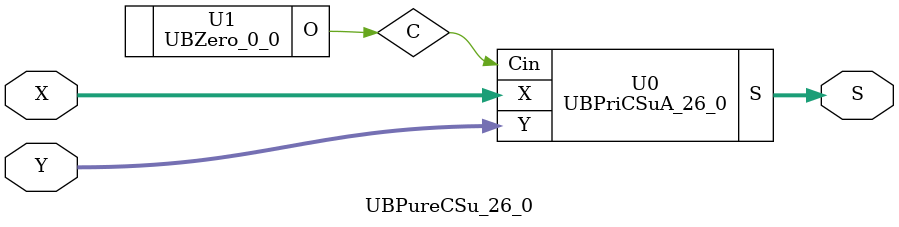
<source format=v>
/*----------------------------------------------------------------------------
  Copyright (c) 2021 Homma laboratory. All rights reserved.

  Top module: UBCSu_26_0_26_0

  Operand-1 length: 27
  Operand-2 length: 27
  Two-operand addition algorithm: Conditional sum adder
----------------------------------------------------------------------------*/

module UBFA_0(C, S, X, Y, Z);
  output C;
  output S;
  input X;
  input Y;
  input Z;
  assign C = ( X & Y ) | ( Y & Z ) | ( Z & X );
  assign S = X ^ Y ^ Z;
endmodule

module UBHCSuB_0_0(C, S, X, Y, Ci);
  output C;
  output S;
  input Ci;
  input X;
  input Y;
  UBFA_0 U0 (C, S, X, Y, Ci);
endmodule

module UBZero_1_1(O);
  output [1:1] O;
  assign O[1] = 0;
endmodule

module UBOne_1(O);
  output O;
  assign O = 1;
endmodule

module UBFA_1(C, S, X, Y, Z);
  output C;
  output S;
  input X;
  input Y;
  input Z;
  assign C = ( X & Y ) | ( Y & Z ) | ( Z & X );
  assign S = X ^ Y ^ Z;
endmodule

module UBCSuB_1_1(C_0, C_1, S_0, S_1, X, Y);
  output C_0;
  output C_1;
  output S_0;
  output S_1;
  input X;
  input Y;
  wire Ci_0;
  wire Ci_1;
  wire Co_0;
  wire Co_1;
  assign C_0 = ( Co_0 & ( ~ Ci_0 ) ) | ( Co_1 & Ci_0 );
  assign C_1 = ( Co_0 & ( ~ Ci_1 ) ) | ( Co_1 & Ci_1 );
  UBZero_1_1 U0 (Ci_0);
  UBOne_1 U1 (Ci_1);
  UBFA_1 U2 (Co_0, S_0, X, Y, Ci_0);
  UBFA_1 U3 (Co_1, S_1, X, Y, Ci_1);
endmodule

module UBHCSuB_1_0(C, S, X, Y, Ci);
  output C;
  output [1:0] S;
  input Ci;
  input [1:0] X;
  input [1:0] Y;
  wire C_0;
  wire C_1;
  wire Co;
  wire S_0;
  wire S_1;
  assign S[1] = ( S_0 & ( ~ Co ) ) | ( S_1 & Co );
  assign C = ( C_0 & ( ~ Co ) ) | ( C_1 & Co );
  UBHCSuB_0_0 U0 (Co, S[0], X[0], Y[0], Ci);
  UBCSuB_1_1 U1 (C_0, C_1, S_0, S_1, X[1], Y[1]);
endmodule

module UBZero_2_2(O);
  output [2:2] O;
  assign O[2] = 0;
endmodule

module UBOne_2(O);
  output O;
  assign O = 1;
endmodule

module UBFA_2(C, S, X, Y, Z);
  output C;
  output S;
  input X;
  input Y;
  input Z;
  assign C = ( X & Y ) | ( Y & Z ) | ( Z & X );
  assign S = X ^ Y ^ Z;
endmodule

module UBCSuB_2_2(C_0, C_1, S_0, S_1, X, Y);
  output C_0;
  output C_1;
  output S_0;
  output S_1;
  input X;
  input Y;
  wire Ci_0;
  wire Ci_1;
  wire Co_0;
  wire Co_1;
  assign C_0 = ( Co_0 & ( ~ Ci_0 ) ) | ( Co_1 & Ci_0 );
  assign C_1 = ( Co_0 & ( ~ Ci_1 ) ) | ( Co_1 & Ci_1 );
  UBZero_2_2 U0 (Ci_0);
  UBOne_2 U1 (Ci_1);
  UBFA_2 U2 (Co_0, S_0, X, Y, Ci_0);
  UBFA_2 U3 (Co_1, S_1, X, Y, Ci_1);
endmodule

module UBZero_3_3(O);
  output [3:3] O;
  assign O[3] = 0;
endmodule

module UBOne_3(O);
  output O;
  assign O = 1;
endmodule

module UBFA_3(C, S, X, Y, Z);
  output C;
  output S;
  input X;
  input Y;
  input Z;
  assign C = ( X & Y ) | ( Y & Z ) | ( Z & X );
  assign S = X ^ Y ^ Z;
endmodule

module UBCSuB_3_3(C_0, C_1, S_0, S_1, X, Y);
  output C_0;
  output C_1;
  output S_0;
  output S_1;
  input X;
  input Y;
  wire Ci_0;
  wire Ci_1;
  wire Co_0;
  wire Co_1;
  assign C_0 = ( Co_0 & ( ~ Ci_0 ) ) | ( Co_1 & Ci_0 );
  assign C_1 = ( Co_0 & ( ~ Ci_1 ) ) | ( Co_1 & Ci_1 );
  UBZero_3_3 U0 (Ci_0);
  UBOne_3 U1 (Ci_1);
  UBFA_3 U2 (Co_0, S_0, X, Y, Ci_0);
  UBFA_3 U3 (Co_1, S_1, X, Y, Ci_1);
endmodule

module UBCSuB_3_2(C_0, C_1, S_0, S_1, X, Y);
  output C_0;
  output C_1;
  output [3:2] S_0;
  output [3:2] S_1;
  input [3:2] X;
  input [3:2] Y;
  wire Ci_0;
  wire Ci_1;
  wire Co_0;
  wire Co_1;
  wire So_0;
  wire So_1;
  assign S_0[3] = ( So_0 & ( ~ Ci_0 ) ) | ( So_1 & Ci_0 );
  assign C_0 = ( Co_0 & ( ~ Ci_0 ) ) | ( Co_1 & Ci_0 );
  assign S_1[3] = ( So_0 & ( ~ Ci_1 ) ) | ( So_1 & Ci_1 );
  assign C_1 = ( Co_0 & ( ~ Ci_1 ) ) | ( Co_1 & Ci_1 );
  UBCSuB_2_2 U0 (Ci_0, Ci_1, S_0[2], S_1[2], X[2], Y[2]);
  UBCSuB_3_3 U1 (Co_0, Co_1, So_0, So_1, X[3], Y[3]);
endmodule

module UBHCSuB_3_0(C, S, X, Y, Ci);
  output C;
  output [3:0] S;
  input Ci;
  input [3:0] X;
  input [3:0] Y;
  wire C_0;
  wire C_1;
  wire Co;
  wire [3:2] S_0;
  wire [3:2] S_1;
  assign S[2] = ( S_0[2] & ( ~ Co ) ) | ( S_1[2] & Co );
  assign S[3] = ( S_0[3] & ( ~ Co ) ) | ( S_1[3] & Co );
  assign C = ( C_0 & ( ~ Co ) ) | ( C_1 & Co );
  UBHCSuB_1_0 U0 (Co, S[1:0], X[1:0], Y[1:0], Ci);
  UBCSuB_3_2 U1 (C_0, C_1, S_0, S_1, X[3:2], Y[3:2]);
endmodule

module UBZero_4_4(O);
  output [4:4] O;
  assign O[4] = 0;
endmodule

module UBOne_4(O);
  output O;
  assign O = 1;
endmodule

module UBFA_4(C, S, X, Y, Z);
  output C;
  output S;
  input X;
  input Y;
  input Z;
  assign C = ( X & Y ) | ( Y & Z ) | ( Z & X );
  assign S = X ^ Y ^ Z;
endmodule

module UBCSuB_4_4(C_0, C_1, S_0, S_1, X, Y);
  output C_0;
  output C_1;
  output S_0;
  output S_1;
  input X;
  input Y;
  wire Ci_0;
  wire Ci_1;
  wire Co_0;
  wire Co_1;
  assign C_0 = ( Co_0 & ( ~ Ci_0 ) ) | ( Co_1 & Ci_0 );
  assign C_1 = ( Co_0 & ( ~ Ci_1 ) ) | ( Co_1 & Ci_1 );
  UBZero_4_4 U0 (Ci_0);
  UBOne_4 U1 (Ci_1);
  UBFA_4 U2 (Co_0, S_0, X, Y, Ci_0);
  UBFA_4 U3 (Co_1, S_1, X, Y, Ci_1);
endmodule

module UBZero_5_5(O);
  output [5:5] O;
  assign O[5] = 0;
endmodule

module UBOne_5(O);
  output O;
  assign O = 1;
endmodule

module UBFA_5(C, S, X, Y, Z);
  output C;
  output S;
  input X;
  input Y;
  input Z;
  assign C = ( X & Y ) | ( Y & Z ) | ( Z & X );
  assign S = X ^ Y ^ Z;
endmodule

module UBCSuB_5_5(C_0, C_1, S_0, S_1, X, Y);
  output C_0;
  output C_1;
  output S_0;
  output S_1;
  input X;
  input Y;
  wire Ci_0;
  wire Ci_1;
  wire Co_0;
  wire Co_1;
  assign C_0 = ( Co_0 & ( ~ Ci_0 ) ) | ( Co_1 & Ci_0 );
  assign C_1 = ( Co_0 & ( ~ Ci_1 ) ) | ( Co_1 & Ci_1 );
  UBZero_5_5 U0 (Ci_0);
  UBOne_5 U1 (Ci_1);
  UBFA_5 U2 (Co_0, S_0, X, Y, Ci_0);
  UBFA_5 U3 (Co_1, S_1, X, Y, Ci_1);
endmodule

module UBCSuB_5_4(C_0, C_1, S_0, S_1, X, Y);
  output C_0;
  output C_1;
  output [5:4] S_0;
  output [5:4] S_1;
  input [5:4] X;
  input [5:4] Y;
  wire Ci_0;
  wire Ci_1;
  wire Co_0;
  wire Co_1;
  wire So_0;
  wire So_1;
  assign S_0[5] = ( So_0 & ( ~ Ci_0 ) ) | ( So_1 & Ci_0 );
  assign C_0 = ( Co_0 & ( ~ Ci_0 ) ) | ( Co_1 & Ci_0 );
  assign S_1[5] = ( So_0 & ( ~ Ci_1 ) ) | ( So_1 & Ci_1 );
  assign C_1 = ( Co_0 & ( ~ Ci_1 ) ) | ( Co_1 & Ci_1 );
  UBCSuB_4_4 U0 (Ci_0, Ci_1, S_0[4], S_1[4], X[4], Y[4]);
  UBCSuB_5_5 U1 (Co_0, Co_1, So_0, So_1, X[5], Y[5]);
endmodule

module UBZero_6_6(O);
  output [6:6] O;
  assign O[6] = 0;
endmodule

module UBOne_6(O);
  output O;
  assign O = 1;
endmodule

module UBFA_6(C, S, X, Y, Z);
  output C;
  output S;
  input X;
  input Y;
  input Z;
  assign C = ( X & Y ) | ( Y & Z ) | ( Z & X );
  assign S = X ^ Y ^ Z;
endmodule

module UBCSuB_6_6(C_0, C_1, S_0, S_1, X, Y);
  output C_0;
  output C_1;
  output S_0;
  output S_1;
  input X;
  input Y;
  wire Ci_0;
  wire Ci_1;
  wire Co_0;
  wire Co_1;
  assign C_0 = ( Co_0 & ( ~ Ci_0 ) ) | ( Co_1 & Ci_0 );
  assign C_1 = ( Co_0 & ( ~ Ci_1 ) ) | ( Co_1 & Ci_1 );
  UBZero_6_6 U0 (Ci_0);
  UBOne_6 U1 (Ci_1);
  UBFA_6 U2 (Co_0, S_0, X, Y, Ci_0);
  UBFA_6 U3 (Co_1, S_1, X, Y, Ci_1);
endmodule

module UBCSuB_6_4(C_0, C_1, S_0, S_1, X, Y);
  output C_0;
  output C_1;
  output [6:4] S_0;
  output [6:4] S_1;
  input [6:4] X;
  input [6:4] Y;
  wire Ci_0;
  wire Ci_1;
  wire Co_0;
  wire Co_1;
  wire [6:6] So_0;
  wire [6:6] So_1;
  assign S_0[6] = ( So_0 & ( ~ Ci_0 ) ) | ( So_1 & Ci_0 );
  assign C_0 = ( Co_0 & ( ~ Ci_0 ) ) | ( Co_1 & Ci_0 );
  assign S_1[6] = ( So_0 & ( ~ Ci_1 ) ) | ( So_1 & Ci_1 );
  assign C_1 = ( Co_0 & ( ~ Ci_1 ) ) | ( Co_1 & Ci_1 );
  UBCSuB_5_4 U0 (Ci_0, Ci_1, S_0[5:4], S_1[5:4], X[5:4], Y[5:4]);
  UBCSuB_6_6 U1 (Co_0, Co_1, So_0, So_1, X[6], Y[6]);
endmodule

module UBHCSuB_6_0(C, S, X, Y, Ci);
  output C;
  output [6:0] S;
  input Ci;
  input [6:0] X;
  input [6:0] Y;
  wire C_0;
  wire C_1;
  wire Co;
  wire [6:4] S_0;
  wire [6:4] S_1;
  assign S[4] = ( S_0[4] & ( ~ Co ) ) | ( S_1[4] & Co );
  assign S[5] = ( S_0[5] & ( ~ Co ) ) | ( S_1[5] & Co );
  assign S[6] = ( S_0[6] & ( ~ Co ) ) | ( S_1[6] & Co );
  assign C = ( C_0 & ( ~ Co ) ) | ( C_1 & Co );
  UBHCSuB_3_0 U0 (Co, S[3:0], X[3:0], Y[3:0], Ci);
  UBCSuB_6_4 U1 (C_0, C_1, S_0, S_1, X[6:4], Y[6:4]);
endmodule

module UBZero_7_7(O);
  output [7:7] O;
  assign O[7] = 0;
endmodule

module UBOne_7(O);
  output O;
  assign O = 1;
endmodule

module UBFA_7(C, S, X, Y, Z);
  output C;
  output S;
  input X;
  input Y;
  input Z;
  assign C = ( X & Y ) | ( Y & Z ) | ( Z & X );
  assign S = X ^ Y ^ Z;
endmodule

module UBCSuB_7_7(C_0, C_1, S_0, S_1, X, Y);
  output C_0;
  output C_1;
  output S_0;
  output S_1;
  input X;
  input Y;
  wire Ci_0;
  wire Ci_1;
  wire Co_0;
  wire Co_1;
  assign C_0 = ( Co_0 & ( ~ Ci_0 ) ) | ( Co_1 & Ci_0 );
  assign C_1 = ( Co_0 & ( ~ Ci_1 ) ) | ( Co_1 & Ci_1 );
  UBZero_7_7 U0 (Ci_0);
  UBOne_7 U1 (Ci_1);
  UBFA_7 U2 (Co_0, S_0, X, Y, Ci_0);
  UBFA_7 U3 (Co_1, S_1, X, Y, Ci_1);
endmodule

module UBZero_8_8(O);
  output [8:8] O;
  assign O[8] = 0;
endmodule

module UBOne_8(O);
  output O;
  assign O = 1;
endmodule

module UBFA_8(C, S, X, Y, Z);
  output C;
  output S;
  input X;
  input Y;
  input Z;
  assign C = ( X & Y ) | ( Y & Z ) | ( Z & X );
  assign S = X ^ Y ^ Z;
endmodule

module UBCSuB_8_8(C_0, C_1, S_0, S_1, X, Y);
  output C_0;
  output C_1;
  output S_0;
  output S_1;
  input X;
  input Y;
  wire Ci_0;
  wire Ci_1;
  wire Co_0;
  wire Co_1;
  assign C_0 = ( Co_0 & ( ~ Ci_0 ) ) | ( Co_1 & Ci_0 );
  assign C_1 = ( Co_0 & ( ~ Ci_1 ) ) | ( Co_1 & Ci_1 );
  UBZero_8_8 U0 (Ci_0);
  UBOne_8 U1 (Ci_1);
  UBFA_8 U2 (Co_0, S_0, X, Y, Ci_0);
  UBFA_8 U3 (Co_1, S_1, X, Y, Ci_1);
endmodule

module UBCSuB_8_7(C_0, C_1, S_0, S_1, X, Y);
  output C_0;
  output C_1;
  output [8:7] S_0;
  output [8:7] S_1;
  input [8:7] X;
  input [8:7] Y;
  wire Ci_0;
  wire Ci_1;
  wire Co_0;
  wire Co_1;
  wire So_0;
  wire So_1;
  assign S_0[8] = ( So_0 & ( ~ Ci_0 ) ) | ( So_1 & Ci_0 );
  assign C_0 = ( Co_0 & ( ~ Ci_0 ) ) | ( Co_1 & Ci_0 );
  assign S_1[8] = ( So_0 & ( ~ Ci_1 ) ) | ( So_1 & Ci_1 );
  assign C_1 = ( Co_0 & ( ~ Ci_1 ) ) | ( Co_1 & Ci_1 );
  UBCSuB_7_7 U0 (Ci_0, Ci_1, S_0[7], S_1[7], X[7], Y[7]);
  UBCSuB_8_8 U1 (Co_0, Co_1, So_0, So_1, X[8], Y[8]);
endmodule

module UBZero_9_9(O);
  output [9:9] O;
  assign O[9] = 0;
endmodule

module UBOne_9(O);
  output O;
  assign O = 1;
endmodule

module UBFA_9(C, S, X, Y, Z);
  output C;
  output S;
  input X;
  input Y;
  input Z;
  assign C = ( X & Y ) | ( Y & Z ) | ( Z & X );
  assign S = X ^ Y ^ Z;
endmodule

module UBCSuB_9_9(C_0, C_1, S_0, S_1, X, Y);
  output C_0;
  output C_1;
  output S_0;
  output S_1;
  input X;
  input Y;
  wire Ci_0;
  wire Ci_1;
  wire Co_0;
  wire Co_1;
  assign C_0 = ( Co_0 & ( ~ Ci_0 ) ) | ( Co_1 & Ci_0 );
  assign C_1 = ( Co_0 & ( ~ Ci_1 ) ) | ( Co_1 & Ci_1 );
  UBZero_9_9 U0 (Ci_0);
  UBOne_9 U1 (Ci_1);
  UBFA_9 U2 (Co_0, S_0, X, Y, Ci_0);
  UBFA_9 U3 (Co_1, S_1, X, Y, Ci_1);
endmodule

module UBZero_10_10(O);
  output [10:10] O;
  assign O[10] = 0;
endmodule

module UBOne_10(O);
  output O;
  assign O = 1;
endmodule

module UBFA_10(C, S, X, Y, Z);
  output C;
  output S;
  input X;
  input Y;
  input Z;
  assign C = ( X & Y ) | ( Y & Z ) | ( Z & X );
  assign S = X ^ Y ^ Z;
endmodule

module UBCSuB_10_10(C_0, C_1, S_0, S_1, X, Y);
  output C_0;
  output C_1;
  output S_0;
  output S_1;
  input X;
  input Y;
  wire Ci_0;
  wire Ci_1;
  wire Co_0;
  wire Co_1;
  assign C_0 = ( Co_0 & ( ~ Ci_0 ) ) | ( Co_1 & Ci_0 );
  assign C_1 = ( Co_0 & ( ~ Ci_1 ) ) | ( Co_1 & Ci_1 );
  UBZero_10_10 U0 (Ci_0);
  UBOne_10 U1 (Ci_1);
  UBFA_10 U2 (Co_0, S_0, X, Y, Ci_0);
  UBFA_10 U3 (Co_1, S_1, X, Y, Ci_1);
endmodule

module UBCSuB_10_9(C_0, C_1, S_0, S_1, X, Y);
  output C_0;
  output C_1;
  output [10:9] S_0;
  output [10:9] S_1;
  input [10:9] X;
  input [10:9] Y;
  wire Ci_0;
  wire Ci_1;
  wire Co_0;
  wire Co_1;
  wire So_0;
  wire So_1;
  assign S_0[10] = ( So_0 & ( ~ Ci_0 ) ) | ( So_1 & Ci_0 );
  assign C_0 = ( Co_0 & ( ~ Ci_0 ) ) | ( Co_1 & Ci_0 );
  assign S_1[10] = ( So_0 & ( ~ Ci_1 ) ) | ( So_1 & Ci_1 );
  assign C_1 = ( Co_0 & ( ~ Ci_1 ) ) | ( Co_1 & Ci_1 );
  UBCSuB_9_9 U0 (Ci_0, Ci_1, S_0[9], S_1[9], X[9], Y[9]);
  UBCSuB_10_10 U1 (Co_0, Co_1, So_0, So_1, X[10], Y[10]);
endmodule

module UBCSuB_10_7(C_0, C_1, S_0, S_1, X, Y);
  output C_0;
  output C_1;
  output [10:7] S_0;
  output [10:7] S_1;
  input [10:7] X;
  input [10:7] Y;
  wire Ci_0;
  wire Ci_1;
  wire Co_0;
  wire Co_1;
  wire [10:9] So_0;
  wire [10:9] So_1;
  assign S_0[9] = ( So_0[9] & ( ~ Ci_0 ) ) | ( So_1[9] & Ci_0 );
  assign S_0[10] = ( So_0[10] & ( ~ Ci_0 ) ) | ( So_1[10] & Ci_0 );
  assign C_0 = ( Co_0 & ( ~ Ci_0 ) ) | ( Co_1 & Ci_0 );
  assign S_1[9] = ( So_0[9] & ( ~ Ci_1 ) ) | ( So_1[9] & Ci_1 );
  assign S_1[10] = ( So_0[10] & ( ~ Ci_1 ) ) | ( So_1[10] & Ci_1 );
  assign C_1 = ( Co_0 & ( ~ Ci_1 ) ) | ( Co_1 & Ci_1 );
  UBCSuB_8_7 U0 (Ci_0, Ci_1, S_0[8:7], S_1[8:7], X[8:7], Y[8:7]);
  UBCSuB_10_9 U1 (Co_0, Co_1, So_0, So_1, X[10:9], Y[10:9]);
endmodule

module UBZero_11_11(O);
  output [11:11] O;
  assign O[11] = 0;
endmodule

module UBOne_11(O);
  output O;
  assign O = 1;
endmodule

module UBFA_11(C, S, X, Y, Z);
  output C;
  output S;
  input X;
  input Y;
  input Z;
  assign C = ( X & Y ) | ( Y & Z ) | ( Z & X );
  assign S = X ^ Y ^ Z;
endmodule

module UBCSuB_11_11(C_0, C_1, S_0, S_1, X, Y);
  output C_0;
  output C_1;
  output S_0;
  output S_1;
  input X;
  input Y;
  wire Ci_0;
  wire Ci_1;
  wire Co_0;
  wire Co_1;
  assign C_0 = ( Co_0 & ( ~ Ci_0 ) ) | ( Co_1 & Ci_0 );
  assign C_1 = ( Co_0 & ( ~ Ci_1 ) ) | ( Co_1 & Ci_1 );
  UBZero_11_11 U0 (Ci_0);
  UBOne_11 U1 (Ci_1);
  UBFA_11 U2 (Co_0, S_0, X, Y, Ci_0);
  UBFA_11 U3 (Co_1, S_1, X, Y, Ci_1);
endmodule

module UBZero_12_12(O);
  output [12:12] O;
  assign O[12] = 0;
endmodule

module UBOne_12(O);
  output O;
  assign O = 1;
endmodule

module UBFA_12(C, S, X, Y, Z);
  output C;
  output S;
  input X;
  input Y;
  input Z;
  assign C = ( X & Y ) | ( Y & Z ) | ( Z & X );
  assign S = X ^ Y ^ Z;
endmodule

module UBCSuB_12_12(C_0, C_1, S_0, S_1, X, Y);
  output C_0;
  output C_1;
  output S_0;
  output S_1;
  input X;
  input Y;
  wire Ci_0;
  wire Ci_1;
  wire Co_0;
  wire Co_1;
  assign C_0 = ( Co_0 & ( ~ Ci_0 ) ) | ( Co_1 & Ci_0 );
  assign C_1 = ( Co_0 & ( ~ Ci_1 ) ) | ( Co_1 & Ci_1 );
  UBZero_12_12 U0 (Ci_0);
  UBOne_12 U1 (Ci_1);
  UBFA_12 U2 (Co_0, S_0, X, Y, Ci_0);
  UBFA_12 U3 (Co_1, S_1, X, Y, Ci_1);
endmodule

module UBCSuB_12_11(C_0, C_1, S_0, S_1, X, Y);
  output C_0;
  output C_1;
  output [12:11] S_0;
  output [12:11] S_1;
  input [12:11] X;
  input [12:11] Y;
  wire Ci_0;
  wire Ci_1;
  wire Co_0;
  wire Co_1;
  wire So_0;
  wire So_1;
  assign S_0[12] = ( So_0 & ( ~ Ci_0 ) ) | ( So_1 & Ci_0 );
  assign C_0 = ( Co_0 & ( ~ Ci_0 ) ) | ( Co_1 & Ci_0 );
  assign S_1[12] = ( So_0 & ( ~ Ci_1 ) ) | ( So_1 & Ci_1 );
  assign C_1 = ( Co_0 & ( ~ Ci_1 ) ) | ( Co_1 & Ci_1 );
  UBCSuB_11_11 U0 (Ci_0, Ci_1, S_0[11], S_1[11], X[11], Y[11]);
  UBCSuB_12_12 U1 (Co_0, Co_1, So_0, So_1, X[12], Y[12]);
endmodule

module UBZero_13_13(O);
  output [13:13] O;
  assign O[13] = 0;
endmodule

module UBOne_13(O);
  output O;
  assign O = 1;
endmodule

module UBFA_13(C, S, X, Y, Z);
  output C;
  output S;
  input X;
  input Y;
  input Z;
  assign C = ( X & Y ) | ( Y & Z ) | ( Z & X );
  assign S = X ^ Y ^ Z;
endmodule

module UBCSuB_13_13(C_0, C_1, S_0, S_1, X, Y);
  output C_0;
  output C_1;
  output S_0;
  output S_1;
  input X;
  input Y;
  wire Ci_0;
  wire Ci_1;
  wire Co_0;
  wire Co_1;
  assign C_0 = ( Co_0 & ( ~ Ci_0 ) ) | ( Co_1 & Ci_0 );
  assign C_1 = ( Co_0 & ( ~ Ci_1 ) ) | ( Co_1 & Ci_1 );
  UBZero_13_13 U0 (Ci_0);
  UBOne_13 U1 (Ci_1);
  UBFA_13 U2 (Co_0, S_0, X, Y, Ci_0);
  UBFA_13 U3 (Co_1, S_1, X, Y, Ci_1);
endmodule

module UBCSuB_13_11(C_0, C_1, S_0, S_1, X, Y);
  output C_0;
  output C_1;
  output [13:11] S_0;
  output [13:11] S_1;
  input [13:11] X;
  input [13:11] Y;
  wire Ci_0;
  wire Ci_1;
  wire Co_0;
  wire Co_1;
  wire [13:13] So_0;
  wire [13:13] So_1;
  assign S_0[13] = ( So_0 & ( ~ Ci_0 ) ) | ( So_1 & Ci_0 );
  assign C_0 = ( Co_0 & ( ~ Ci_0 ) ) | ( Co_1 & Ci_0 );
  assign S_1[13] = ( So_0 & ( ~ Ci_1 ) ) | ( So_1 & Ci_1 );
  assign C_1 = ( Co_0 & ( ~ Ci_1 ) ) | ( Co_1 & Ci_1 );
  UBCSuB_12_11 U0 (Ci_0, Ci_1, S_0[12:11], S_1[12:11], X[12:11], Y[12:11]);
  UBCSuB_13_13 U1 (Co_0, Co_1, So_0, So_1, X[13], Y[13]);
endmodule

module UBCSuB_13_7(C_0, C_1, S_0, S_1, X, Y);
  output C_0;
  output C_1;
  output [13:7] S_0;
  output [13:7] S_1;
  input [13:7] X;
  input [13:7] Y;
  wire Ci_0;
  wire Ci_1;
  wire Co_0;
  wire Co_1;
  wire [13:11] So_0;
  wire [13:11] So_1;
  assign S_0[11] = ( So_0[11] & ( ~ Ci_0 ) ) | ( So_1[11] & Ci_0 );
  assign S_0[12] = ( So_0[12] & ( ~ Ci_0 ) ) | ( So_1[12] & Ci_0 );
  assign S_0[13] = ( So_0[13] & ( ~ Ci_0 ) ) | ( So_1[13] & Ci_0 );
  assign C_0 = ( Co_0 & ( ~ Ci_0 ) ) | ( Co_1 & Ci_0 );
  assign S_1[11] = ( So_0[11] & ( ~ Ci_1 ) ) | ( So_1[11] & Ci_1 );
  assign S_1[12] = ( So_0[12] & ( ~ Ci_1 ) ) | ( So_1[12] & Ci_1 );
  assign S_1[13] = ( So_0[13] & ( ~ Ci_1 ) ) | ( So_1[13] & Ci_1 );
  assign C_1 = ( Co_0 & ( ~ Ci_1 ) ) | ( Co_1 & Ci_1 );
  UBCSuB_10_7 U0 (Ci_0, Ci_1, S_0[10:7], S_1[10:7], X[10:7], Y[10:7]);
  UBCSuB_13_11 U1 (Co_0, Co_1, So_0, So_1, X[13:11], Y[13:11]);
endmodule

module UBHCSuB_13_0(C, S, X, Y, Ci);
  output C;
  output [13:0] S;
  input Ci;
  input [13:0] X;
  input [13:0] Y;
  wire C_0;
  wire C_1;
  wire Co;
  wire [13:7] S_0;
  wire [13:7] S_1;
  assign S[7] = ( S_0[7] & ( ~ Co ) ) | ( S_1[7] & Co );
  assign S[8] = ( S_0[8] & ( ~ Co ) ) | ( S_1[8] & Co );
  assign S[9] = ( S_0[9] & ( ~ Co ) ) | ( S_1[9] & Co );
  assign S[10] = ( S_0[10] & ( ~ Co ) ) | ( S_1[10] & Co );
  assign S[11] = ( S_0[11] & ( ~ Co ) ) | ( S_1[11] & Co );
  assign S[12] = ( S_0[12] & ( ~ Co ) ) | ( S_1[12] & Co );
  assign S[13] = ( S_0[13] & ( ~ Co ) ) | ( S_1[13] & Co );
  assign C = ( C_0 & ( ~ Co ) ) | ( C_1 & Co );
  UBHCSuB_6_0 U0 (Co, S[6:0], X[6:0], Y[6:0], Ci);
  UBCSuB_13_7 U1 (C_0, C_1, S_0, S_1, X[13:7], Y[13:7]);
endmodule

module UBZero_14_14(O);
  output [14:14] O;
  assign O[14] = 0;
endmodule

module UBOne_14(O);
  output O;
  assign O = 1;
endmodule

module UBFA_14(C, S, X, Y, Z);
  output C;
  output S;
  input X;
  input Y;
  input Z;
  assign C = ( X & Y ) | ( Y & Z ) | ( Z & X );
  assign S = X ^ Y ^ Z;
endmodule

module UBCSuB_14_14(C_0, C_1, S_0, S_1, X, Y);
  output C_0;
  output C_1;
  output S_0;
  output S_1;
  input X;
  input Y;
  wire Ci_0;
  wire Ci_1;
  wire Co_0;
  wire Co_1;
  assign C_0 = ( Co_0 & ( ~ Ci_0 ) ) | ( Co_1 & Ci_0 );
  assign C_1 = ( Co_0 & ( ~ Ci_1 ) ) | ( Co_1 & Ci_1 );
  UBZero_14_14 U0 (Ci_0);
  UBOne_14 U1 (Ci_1);
  UBFA_14 U2 (Co_0, S_0, X, Y, Ci_0);
  UBFA_14 U3 (Co_1, S_1, X, Y, Ci_1);
endmodule

module UBZero_15_15(O);
  output [15:15] O;
  assign O[15] = 0;
endmodule

module UBOne_15(O);
  output O;
  assign O = 1;
endmodule

module UBFA_15(C, S, X, Y, Z);
  output C;
  output S;
  input X;
  input Y;
  input Z;
  assign C = ( X & Y ) | ( Y & Z ) | ( Z & X );
  assign S = X ^ Y ^ Z;
endmodule

module UBCSuB_15_15(C_0, C_1, S_0, S_1, X, Y);
  output C_0;
  output C_1;
  output S_0;
  output S_1;
  input X;
  input Y;
  wire Ci_0;
  wire Ci_1;
  wire Co_0;
  wire Co_1;
  assign C_0 = ( Co_0 & ( ~ Ci_0 ) ) | ( Co_1 & Ci_0 );
  assign C_1 = ( Co_0 & ( ~ Ci_1 ) ) | ( Co_1 & Ci_1 );
  UBZero_15_15 U0 (Ci_0);
  UBOne_15 U1 (Ci_1);
  UBFA_15 U2 (Co_0, S_0, X, Y, Ci_0);
  UBFA_15 U3 (Co_1, S_1, X, Y, Ci_1);
endmodule

module UBCSuB_15_14(C_0, C_1, S_0, S_1, X, Y);
  output C_0;
  output C_1;
  output [15:14] S_0;
  output [15:14] S_1;
  input [15:14] X;
  input [15:14] Y;
  wire Ci_0;
  wire Ci_1;
  wire Co_0;
  wire Co_1;
  wire So_0;
  wire So_1;
  assign S_0[15] = ( So_0 & ( ~ Ci_0 ) ) | ( So_1 & Ci_0 );
  assign C_0 = ( Co_0 & ( ~ Ci_0 ) ) | ( Co_1 & Ci_0 );
  assign S_1[15] = ( So_0 & ( ~ Ci_1 ) ) | ( So_1 & Ci_1 );
  assign C_1 = ( Co_0 & ( ~ Ci_1 ) ) | ( Co_1 & Ci_1 );
  UBCSuB_14_14 U0 (Ci_0, Ci_1, S_0[14], S_1[14], X[14], Y[14]);
  UBCSuB_15_15 U1 (Co_0, Co_1, So_0, So_1, X[15], Y[15]);
endmodule

module UBZero_16_16(O);
  output [16:16] O;
  assign O[16] = 0;
endmodule

module UBOne_16(O);
  output O;
  assign O = 1;
endmodule

module UBFA_16(C, S, X, Y, Z);
  output C;
  output S;
  input X;
  input Y;
  input Z;
  assign C = ( X & Y ) | ( Y & Z ) | ( Z & X );
  assign S = X ^ Y ^ Z;
endmodule

module UBCSuB_16_16(C_0, C_1, S_0, S_1, X, Y);
  output C_0;
  output C_1;
  output S_0;
  output S_1;
  input X;
  input Y;
  wire Ci_0;
  wire Ci_1;
  wire Co_0;
  wire Co_1;
  assign C_0 = ( Co_0 & ( ~ Ci_0 ) ) | ( Co_1 & Ci_0 );
  assign C_1 = ( Co_0 & ( ~ Ci_1 ) ) | ( Co_1 & Ci_1 );
  UBZero_16_16 U0 (Ci_0);
  UBOne_16 U1 (Ci_1);
  UBFA_16 U2 (Co_0, S_0, X, Y, Ci_0);
  UBFA_16 U3 (Co_1, S_1, X, Y, Ci_1);
endmodule

module UBZero_17_17(O);
  output [17:17] O;
  assign O[17] = 0;
endmodule

module UBOne_17(O);
  output O;
  assign O = 1;
endmodule

module UBFA_17(C, S, X, Y, Z);
  output C;
  output S;
  input X;
  input Y;
  input Z;
  assign C = ( X & Y ) | ( Y & Z ) | ( Z & X );
  assign S = X ^ Y ^ Z;
endmodule

module UBCSuB_17_17(C_0, C_1, S_0, S_1, X, Y);
  output C_0;
  output C_1;
  output S_0;
  output S_1;
  input X;
  input Y;
  wire Ci_0;
  wire Ci_1;
  wire Co_0;
  wire Co_1;
  assign C_0 = ( Co_0 & ( ~ Ci_0 ) ) | ( Co_1 & Ci_0 );
  assign C_1 = ( Co_0 & ( ~ Ci_1 ) ) | ( Co_1 & Ci_1 );
  UBZero_17_17 U0 (Ci_0);
  UBOne_17 U1 (Ci_1);
  UBFA_17 U2 (Co_0, S_0, X, Y, Ci_0);
  UBFA_17 U3 (Co_1, S_1, X, Y, Ci_1);
endmodule

module UBCSuB_17_16(C_0, C_1, S_0, S_1, X, Y);
  output C_0;
  output C_1;
  output [17:16] S_0;
  output [17:16] S_1;
  input [17:16] X;
  input [17:16] Y;
  wire Ci_0;
  wire Ci_1;
  wire Co_0;
  wire Co_1;
  wire So_0;
  wire So_1;
  assign S_0[17] = ( So_0 & ( ~ Ci_0 ) ) | ( So_1 & Ci_0 );
  assign C_0 = ( Co_0 & ( ~ Ci_0 ) ) | ( Co_1 & Ci_0 );
  assign S_1[17] = ( So_0 & ( ~ Ci_1 ) ) | ( So_1 & Ci_1 );
  assign C_1 = ( Co_0 & ( ~ Ci_1 ) ) | ( Co_1 & Ci_1 );
  UBCSuB_16_16 U0 (Ci_0, Ci_1, S_0[16], S_1[16], X[16], Y[16]);
  UBCSuB_17_17 U1 (Co_0, Co_1, So_0, So_1, X[17], Y[17]);
endmodule

module UBCSuB_17_14(C_0, C_1, S_0, S_1, X, Y);
  output C_0;
  output C_1;
  output [17:14] S_0;
  output [17:14] S_1;
  input [17:14] X;
  input [17:14] Y;
  wire Ci_0;
  wire Ci_1;
  wire Co_0;
  wire Co_1;
  wire [17:16] So_0;
  wire [17:16] So_1;
  assign S_0[16] = ( So_0[16] & ( ~ Ci_0 ) ) | ( So_1[16] & Ci_0 );
  assign S_0[17] = ( So_0[17] & ( ~ Ci_0 ) ) | ( So_1[17] & Ci_0 );
  assign C_0 = ( Co_0 & ( ~ Ci_0 ) ) | ( Co_1 & Ci_0 );
  assign S_1[16] = ( So_0[16] & ( ~ Ci_1 ) ) | ( So_1[16] & Ci_1 );
  assign S_1[17] = ( So_0[17] & ( ~ Ci_1 ) ) | ( So_1[17] & Ci_1 );
  assign C_1 = ( Co_0 & ( ~ Ci_1 ) ) | ( Co_1 & Ci_1 );
  UBCSuB_15_14 U0 (Ci_0, Ci_1, S_0[15:14], S_1[15:14], X[15:14], Y[15:14]);
  UBCSuB_17_16 U1 (Co_0, Co_1, So_0, So_1, X[17:16], Y[17:16]);
endmodule

module UBZero_18_18(O);
  output [18:18] O;
  assign O[18] = 0;
endmodule

module UBOne_18(O);
  output O;
  assign O = 1;
endmodule

module UBFA_18(C, S, X, Y, Z);
  output C;
  output S;
  input X;
  input Y;
  input Z;
  assign C = ( X & Y ) | ( Y & Z ) | ( Z & X );
  assign S = X ^ Y ^ Z;
endmodule

module UBCSuB_18_18(C_0, C_1, S_0, S_1, X, Y);
  output C_0;
  output C_1;
  output S_0;
  output S_1;
  input X;
  input Y;
  wire Ci_0;
  wire Ci_1;
  wire Co_0;
  wire Co_1;
  assign C_0 = ( Co_0 & ( ~ Ci_0 ) ) | ( Co_1 & Ci_0 );
  assign C_1 = ( Co_0 & ( ~ Ci_1 ) ) | ( Co_1 & Ci_1 );
  UBZero_18_18 U0 (Ci_0);
  UBOne_18 U1 (Ci_1);
  UBFA_18 U2 (Co_0, S_0, X, Y, Ci_0);
  UBFA_18 U3 (Co_1, S_1, X, Y, Ci_1);
endmodule

module UBZero_19_19(O);
  output [19:19] O;
  assign O[19] = 0;
endmodule

module UBOne_19(O);
  output O;
  assign O = 1;
endmodule

module UBFA_19(C, S, X, Y, Z);
  output C;
  output S;
  input X;
  input Y;
  input Z;
  assign C = ( X & Y ) | ( Y & Z ) | ( Z & X );
  assign S = X ^ Y ^ Z;
endmodule

module UBCSuB_19_19(C_0, C_1, S_0, S_1, X, Y);
  output C_0;
  output C_1;
  output S_0;
  output S_1;
  input X;
  input Y;
  wire Ci_0;
  wire Ci_1;
  wire Co_0;
  wire Co_1;
  assign C_0 = ( Co_0 & ( ~ Ci_0 ) ) | ( Co_1 & Ci_0 );
  assign C_1 = ( Co_0 & ( ~ Ci_1 ) ) | ( Co_1 & Ci_1 );
  UBZero_19_19 U0 (Ci_0);
  UBOne_19 U1 (Ci_1);
  UBFA_19 U2 (Co_0, S_0, X, Y, Ci_0);
  UBFA_19 U3 (Co_1, S_1, X, Y, Ci_1);
endmodule

module UBCSuB_19_18(C_0, C_1, S_0, S_1, X, Y);
  output C_0;
  output C_1;
  output [19:18] S_0;
  output [19:18] S_1;
  input [19:18] X;
  input [19:18] Y;
  wire Ci_0;
  wire Ci_1;
  wire Co_0;
  wire Co_1;
  wire So_0;
  wire So_1;
  assign S_0[19] = ( So_0 & ( ~ Ci_0 ) ) | ( So_1 & Ci_0 );
  assign C_0 = ( Co_0 & ( ~ Ci_0 ) ) | ( Co_1 & Ci_0 );
  assign S_1[19] = ( So_0 & ( ~ Ci_1 ) ) | ( So_1 & Ci_1 );
  assign C_1 = ( Co_0 & ( ~ Ci_1 ) ) | ( Co_1 & Ci_1 );
  UBCSuB_18_18 U0 (Ci_0, Ci_1, S_0[18], S_1[18], X[18], Y[18]);
  UBCSuB_19_19 U1 (Co_0, Co_1, So_0, So_1, X[19], Y[19]);
endmodule

module UBZero_20_20(O);
  output [20:20] O;
  assign O[20] = 0;
endmodule

module UBOne_20(O);
  output O;
  assign O = 1;
endmodule

module UBFA_20(C, S, X, Y, Z);
  output C;
  output S;
  input X;
  input Y;
  input Z;
  assign C = ( X & Y ) | ( Y & Z ) | ( Z & X );
  assign S = X ^ Y ^ Z;
endmodule

module UBCSuB_20_20(C_0, C_1, S_0, S_1, X, Y);
  output C_0;
  output C_1;
  output S_0;
  output S_1;
  input X;
  input Y;
  wire Ci_0;
  wire Ci_1;
  wire Co_0;
  wire Co_1;
  assign C_0 = ( Co_0 & ( ~ Ci_0 ) ) | ( Co_1 & Ci_0 );
  assign C_1 = ( Co_0 & ( ~ Ci_1 ) ) | ( Co_1 & Ci_1 );
  UBZero_20_20 U0 (Ci_0);
  UBOne_20 U1 (Ci_1);
  UBFA_20 U2 (Co_0, S_0, X, Y, Ci_0);
  UBFA_20 U3 (Co_1, S_1, X, Y, Ci_1);
endmodule

module UBCSuB_20_18(C_0, C_1, S_0, S_1, X, Y);
  output C_0;
  output C_1;
  output [20:18] S_0;
  output [20:18] S_1;
  input [20:18] X;
  input [20:18] Y;
  wire Ci_0;
  wire Ci_1;
  wire Co_0;
  wire Co_1;
  wire [20:20] So_0;
  wire [20:20] So_1;
  assign S_0[20] = ( So_0 & ( ~ Ci_0 ) ) | ( So_1 & Ci_0 );
  assign C_0 = ( Co_0 & ( ~ Ci_0 ) ) | ( Co_1 & Ci_0 );
  assign S_1[20] = ( So_0 & ( ~ Ci_1 ) ) | ( So_1 & Ci_1 );
  assign C_1 = ( Co_0 & ( ~ Ci_1 ) ) | ( Co_1 & Ci_1 );
  UBCSuB_19_18 U0 (Ci_0, Ci_1, S_0[19:18], S_1[19:18], X[19:18], Y[19:18]);
  UBCSuB_20_20 U1 (Co_0, Co_1, So_0, So_1, X[20], Y[20]);
endmodule

module UBCSuB_20_14(C_0, C_1, S_0, S_1, X, Y);
  output C_0;
  output C_1;
  output [20:14] S_0;
  output [20:14] S_1;
  input [20:14] X;
  input [20:14] Y;
  wire Ci_0;
  wire Ci_1;
  wire Co_0;
  wire Co_1;
  wire [20:18] So_0;
  wire [20:18] So_1;
  assign S_0[18] = ( So_0[18] & ( ~ Ci_0 ) ) | ( So_1[18] & Ci_0 );
  assign S_0[19] = ( So_0[19] & ( ~ Ci_0 ) ) | ( So_1[19] & Ci_0 );
  assign S_0[20] = ( So_0[20] & ( ~ Ci_0 ) ) | ( So_1[20] & Ci_0 );
  assign C_0 = ( Co_0 & ( ~ Ci_0 ) ) | ( Co_1 & Ci_0 );
  assign S_1[18] = ( So_0[18] & ( ~ Ci_1 ) ) | ( So_1[18] & Ci_1 );
  assign S_1[19] = ( So_0[19] & ( ~ Ci_1 ) ) | ( So_1[19] & Ci_1 );
  assign S_1[20] = ( So_0[20] & ( ~ Ci_1 ) ) | ( So_1[20] & Ci_1 );
  assign C_1 = ( Co_0 & ( ~ Ci_1 ) ) | ( Co_1 & Ci_1 );
  UBCSuB_17_14 U0 (Ci_0, Ci_1, S_0[17:14], S_1[17:14], X[17:14], Y[17:14]);
  UBCSuB_20_18 U1 (Co_0, Co_1, So_0, So_1, X[20:18], Y[20:18]);
endmodule

module UBZero_21_21(O);
  output [21:21] O;
  assign O[21] = 0;
endmodule

module UBOne_21(O);
  output O;
  assign O = 1;
endmodule

module UBFA_21(C, S, X, Y, Z);
  output C;
  output S;
  input X;
  input Y;
  input Z;
  assign C = ( X & Y ) | ( Y & Z ) | ( Z & X );
  assign S = X ^ Y ^ Z;
endmodule

module UBCSuB_21_21(C_0, C_1, S_0, S_1, X, Y);
  output C_0;
  output C_1;
  output S_0;
  output S_1;
  input X;
  input Y;
  wire Ci_0;
  wire Ci_1;
  wire Co_0;
  wire Co_1;
  assign C_0 = ( Co_0 & ( ~ Ci_0 ) ) | ( Co_1 & Ci_0 );
  assign C_1 = ( Co_0 & ( ~ Ci_1 ) ) | ( Co_1 & Ci_1 );
  UBZero_21_21 U0 (Ci_0);
  UBOne_21 U1 (Ci_1);
  UBFA_21 U2 (Co_0, S_0, X, Y, Ci_0);
  UBFA_21 U3 (Co_1, S_1, X, Y, Ci_1);
endmodule

module UBZero_22_22(O);
  output [22:22] O;
  assign O[22] = 0;
endmodule

module UBOne_22(O);
  output O;
  assign O = 1;
endmodule

module UBFA_22(C, S, X, Y, Z);
  output C;
  output S;
  input X;
  input Y;
  input Z;
  assign C = ( X & Y ) | ( Y & Z ) | ( Z & X );
  assign S = X ^ Y ^ Z;
endmodule

module UBCSuB_22_22(C_0, C_1, S_0, S_1, X, Y);
  output C_0;
  output C_1;
  output S_0;
  output S_1;
  input X;
  input Y;
  wire Ci_0;
  wire Ci_1;
  wire Co_0;
  wire Co_1;
  assign C_0 = ( Co_0 & ( ~ Ci_0 ) ) | ( Co_1 & Ci_0 );
  assign C_1 = ( Co_0 & ( ~ Ci_1 ) ) | ( Co_1 & Ci_1 );
  UBZero_22_22 U0 (Ci_0);
  UBOne_22 U1 (Ci_1);
  UBFA_22 U2 (Co_0, S_0, X, Y, Ci_0);
  UBFA_22 U3 (Co_1, S_1, X, Y, Ci_1);
endmodule

module UBCSuB_22_21(C_0, C_1, S_0, S_1, X, Y);
  output C_0;
  output C_1;
  output [22:21] S_0;
  output [22:21] S_1;
  input [22:21] X;
  input [22:21] Y;
  wire Ci_0;
  wire Ci_1;
  wire Co_0;
  wire Co_1;
  wire So_0;
  wire So_1;
  assign S_0[22] = ( So_0 & ( ~ Ci_0 ) ) | ( So_1 & Ci_0 );
  assign C_0 = ( Co_0 & ( ~ Ci_0 ) ) | ( Co_1 & Ci_0 );
  assign S_1[22] = ( So_0 & ( ~ Ci_1 ) ) | ( So_1 & Ci_1 );
  assign C_1 = ( Co_0 & ( ~ Ci_1 ) ) | ( Co_1 & Ci_1 );
  UBCSuB_21_21 U0 (Ci_0, Ci_1, S_0[21], S_1[21], X[21], Y[21]);
  UBCSuB_22_22 U1 (Co_0, Co_1, So_0, So_1, X[22], Y[22]);
endmodule

module UBZero_23_23(O);
  output [23:23] O;
  assign O[23] = 0;
endmodule

module UBOne_23(O);
  output O;
  assign O = 1;
endmodule

module UBFA_23(C, S, X, Y, Z);
  output C;
  output S;
  input X;
  input Y;
  input Z;
  assign C = ( X & Y ) | ( Y & Z ) | ( Z & X );
  assign S = X ^ Y ^ Z;
endmodule

module UBCSuB_23_23(C_0, C_1, S_0, S_1, X, Y);
  output C_0;
  output C_1;
  output S_0;
  output S_1;
  input X;
  input Y;
  wire Ci_0;
  wire Ci_1;
  wire Co_0;
  wire Co_1;
  assign C_0 = ( Co_0 & ( ~ Ci_0 ) ) | ( Co_1 & Ci_0 );
  assign C_1 = ( Co_0 & ( ~ Ci_1 ) ) | ( Co_1 & Ci_1 );
  UBZero_23_23 U0 (Ci_0);
  UBOne_23 U1 (Ci_1);
  UBFA_23 U2 (Co_0, S_0, X, Y, Ci_0);
  UBFA_23 U3 (Co_1, S_1, X, Y, Ci_1);
endmodule

module UBCSuB_23_21(C_0, C_1, S_0, S_1, X, Y);
  output C_0;
  output C_1;
  output [23:21] S_0;
  output [23:21] S_1;
  input [23:21] X;
  input [23:21] Y;
  wire Ci_0;
  wire Ci_1;
  wire Co_0;
  wire Co_1;
  wire [23:23] So_0;
  wire [23:23] So_1;
  assign S_0[23] = ( So_0 & ( ~ Ci_0 ) ) | ( So_1 & Ci_0 );
  assign C_0 = ( Co_0 & ( ~ Ci_0 ) ) | ( Co_1 & Ci_0 );
  assign S_1[23] = ( So_0 & ( ~ Ci_1 ) ) | ( So_1 & Ci_1 );
  assign C_1 = ( Co_0 & ( ~ Ci_1 ) ) | ( Co_1 & Ci_1 );
  UBCSuB_22_21 U0 (Ci_0, Ci_1, S_0[22:21], S_1[22:21], X[22:21], Y[22:21]);
  UBCSuB_23_23 U1 (Co_0, Co_1, So_0, So_1, X[23], Y[23]);
endmodule

module UBZero_24_24(O);
  output [24:24] O;
  assign O[24] = 0;
endmodule

module UBOne_24(O);
  output O;
  assign O = 1;
endmodule

module UBFA_24(C, S, X, Y, Z);
  output C;
  output S;
  input X;
  input Y;
  input Z;
  assign C = ( X & Y ) | ( Y & Z ) | ( Z & X );
  assign S = X ^ Y ^ Z;
endmodule

module UBCSuB_24_24(C_0, C_1, S_0, S_1, X, Y);
  output C_0;
  output C_1;
  output S_0;
  output S_1;
  input X;
  input Y;
  wire Ci_0;
  wire Ci_1;
  wire Co_0;
  wire Co_1;
  assign C_0 = ( Co_0 & ( ~ Ci_0 ) ) | ( Co_1 & Ci_0 );
  assign C_1 = ( Co_0 & ( ~ Ci_1 ) ) | ( Co_1 & Ci_1 );
  UBZero_24_24 U0 (Ci_0);
  UBOne_24 U1 (Ci_1);
  UBFA_24 U2 (Co_0, S_0, X, Y, Ci_0);
  UBFA_24 U3 (Co_1, S_1, X, Y, Ci_1);
endmodule

module UBZero_25_25(O);
  output [25:25] O;
  assign O[25] = 0;
endmodule

module UBOne_25(O);
  output O;
  assign O = 1;
endmodule

module UBFA_25(C, S, X, Y, Z);
  output C;
  output S;
  input X;
  input Y;
  input Z;
  assign C = ( X & Y ) | ( Y & Z ) | ( Z & X );
  assign S = X ^ Y ^ Z;
endmodule

module UBCSuB_25_25(C_0, C_1, S_0, S_1, X, Y);
  output C_0;
  output C_1;
  output S_0;
  output S_1;
  input X;
  input Y;
  wire Ci_0;
  wire Ci_1;
  wire Co_0;
  wire Co_1;
  assign C_0 = ( Co_0 & ( ~ Ci_0 ) ) | ( Co_1 & Ci_0 );
  assign C_1 = ( Co_0 & ( ~ Ci_1 ) ) | ( Co_1 & Ci_1 );
  UBZero_25_25 U0 (Ci_0);
  UBOne_25 U1 (Ci_1);
  UBFA_25 U2 (Co_0, S_0, X, Y, Ci_0);
  UBFA_25 U3 (Co_1, S_1, X, Y, Ci_1);
endmodule

module UBCSuB_25_24(C_0, C_1, S_0, S_1, X, Y);
  output C_0;
  output C_1;
  output [25:24] S_0;
  output [25:24] S_1;
  input [25:24] X;
  input [25:24] Y;
  wire Ci_0;
  wire Ci_1;
  wire Co_0;
  wire Co_1;
  wire So_0;
  wire So_1;
  assign S_0[25] = ( So_0 & ( ~ Ci_0 ) ) | ( So_1 & Ci_0 );
  assign C_0 = ( Co_0 & ( ~ Ci_0 ) ) | ( Co_1 & Ci_0 );
  assign S_1[25] = ( So_0 & ( ~ Ci_1 ) ) | ( So_1 & Ci_1 );
  assign C_1 = ( Co_0 & ( ~ Ci_1 ) ) | ( Co_1 & Ci_1 );
  UBCSuB_24_24 U0 (Ci_0, Ci_1, S_0[24], S_1[24], X[24], Y[24]);
  UBCSuB_25_25 U1 (Co_0, Co_1, So_0, So_1, X[25], Y[25]);
endmodule

module UBZero_26_26(O);
  output [26:26] O;
  assign O[26] = 0;
endmodule

module UBOne_26(O);
  output O;
  assign O = 1;
endmodule

module UBFA_26(C, S, X, Y, Z);
  output C;
  output S;
  input X;
  input Y;
  input Z;
  assign C = ( X & Y ) | ( Y & Z ) | ( Z & X );
  assign S = X ^ Y ^ Z;
endmodule

module UBCSuB_26_26(C_0, C_1, S_0, S_1, X, Y);
  output C_0;
  output C_1;
  output S_0;
  output S_1;
  input X;
  input Y;
  wire Ci_0;
  wire Ci_1;
  wire Co_0;
  wire Co_1;
  assign C_0 = ( Co_0 & ( ~ Ci_0 ) ) | ( Co_1 & Ci_0 );
  assign C_1 = ( Co_0 & ( ~ Ci_1 ) ) | ( Co_1 & Ci_1 );
  UBZero_26_26 U0 (Ci_0);
  UBOne_26 U1 (Ci_1);
  UBFA_26 U2 (Co_0, S_0, X, Y, Ci_0);
  UBFA_26 U3 (Co_1, S_1, X, Y, Ci_1);
endmodule

module UBCSuB_26_24(C_0, C_1, S_0, S_1, X, Y);
  output C_0;
  output C_1;
  output [26:24] S_0;
  output [26:24] S_1;
  input [26:24] X;
  input [26:24] Y;
  wire Ci_0;
  wire Ci_1;
  wire Co_0;
  wire Co_1;
  wire [26:26] So_0;
  wire [26:26] So_1;
  assign S_0[26] = ( So_0 & ( ~ Ci_0 ) ) | ( So_1 & Ci_0 );
  assign C_0 = ( Co_0 & ( ~ Ci_0 ) ) | ( Co_1 & Ci_0 );
  assign S_1[26] = ( So_0 & ( ~ Ci_1 ) ) | ( So_1 & Ci_1 );
  assign C_1 = ( Co_0 & ( ~ Ci_1 ) ) | ( Co_1 & Ci_1 );
  UBCSuB_25_24 U0 (Ci_0, Ci_1, S_0[25:24], S_1[25:24], X[25:24], Y[25:24]);
  UBCSuB_26_26 U1 (Co_0, Co_1, So_0, So_1, X[26], Y[26]);
endmodule

module UBCSuB_26_21(C_0, C_1, S_0, S_1, X, Y);
  output C_0;
  output C_1;
  output [26:21] S_0;
  output [26:21] S_1;
  input [26:21] X;
  input [26:21] Y;
  wire Ci_0;
  wire Ci_1;
  wire Co_0;
  wire Co_1;
  wire [26:24] So_0;
  wire [26:24] So_1;
  assign S_0[24] = ( So_0[24] & ( ~ Ci_0 ) ) | ( So_1[24] & Ci_0 );
  assign S_0[25] = ( So_0[25] & ( ~ Ci_0 ) ) | ( So_1[25] & Ci_0 );
  assign S_0[26] = ( So_0[26] & ( ~ Ci_0 ) ) | ( So_1[26] & Ci_0 );
  assign C_0 = ( Co_0 & ( ~ Ci_0 ) ) | ( Co_1 & Ci_0 );
  assign S_1[24] = ( So_0[24] & ( ~ Ci_1 ) ) | ( So_1[24] & Ci_1 );
  assign S_1[25] = ( So_0[25] & ( ~ Ci_1 ) ) | ( So_1[25] & Ci_1 );
  assign S_1[26] = ( So_0[26] & ( ~ Ci_1 ) ) | ( So_1[26] & Ci_1 );
  assign C_1 = ( Co_0 & ( ~ Ci_1 ) ) | ( Co_1 & Ci_1 );
  UBCSuB_23_21 U0 (Ci_0, Ci_1, S_0[23:21], S_1[23:21], X[23:21], Y[23:21]);
  UBCSuB_26_24 U1 (Co_0, Co_1, So_0, So_1, X[26:24], Y[26:24]);
endmodule

module UBCSuB_26_14(C_0, C_1, S_0, S_1, X, Y);
  output C_0;
  output C_1;
  output [26:14] S_0;
  output [26:14] S_1;
  input [26:14] X;
  input [26:14] Y;
  wire Ci_0;
  wire Ci_1;
  wire Co_0;
  wire Co_1;
  wire [26:21] So_0;
  wire [26:21] So_1;
  assign S_0[21] = ( So_0[21] & ( ~ Ci_0 ) ) | ( So_1[21] & Ci_0 );
  assign S_0[22] = ( So_0[22] & ( ~ Ci_0 ) ) | ( So_1[22] & Ci_0 );
  assign S_0[23] = ( So_0[23] & ( ~ Ci_0 ) ) | ( So_1[23] & Ci_0 );
  assign S_0[24] = ( So_0[24] & ( ~ Ci_0 ) ) | ( So_1[24] & Ci_0 );
  assign S_0[25] = ( So_0[25] & ( ~ Ci_0 ) ) | ( So_1[25] & Ci_0 );
  assign S_0[26] = ( So_0[26] & ( ~ Ci_0 ) ) | ( So_1[26] & Ci_0 );
  assign C_0 = ( Co_0 & ( ~ Ci_0 ) ) | ( Co_1 & Ci_0 );
  assign S_1[21] = ( So_0[21] & ( ~ Ci_1 ) ) | ( So_1[21] & Ci_1 );
  assign S_1[22] = ( So_0[22] & ( ~ Ci_1 ) ) | ( So_1[22] & Ci_1 );
  assign S_1[23] = ( So_0[23] & ( ~ Ci_1 ) ) | ( So_1[23] & Ci_1 );
  assign S_1[24] = ( So_0[24] & ( ~ Ci_1 ) ) | ( So_1[24] & Ci_1 );
  assign S_1[25] = ( So_0[25] & ( ~ Ci_1 ) ) | ( So_1[25] & Ci_1 );
  assign S_1[26] = ( So_0[26] & ( ~ Ci_1 ) ) | ( So_1[26] & Ci_1 );
  assign C_1 = ( Co_0 & ( ~ Ci_1 ) ) | ( Co_1 & Ci_1 );
  UBCSuB_20_14 U0 (Ci_0, Ci_1, S_0[20:14], S_1[20:14], X[20:14], Y[20:14]);
  UBCSuB_26_21 U1 (Co_0, Co_1, So_0, So_1, X[26:21], Y[26:21]);
endmodule

module UBPriCSuA_26_0(S, X, Y, Cin);
  output [27:0] S;
  input Cin;
  input [26:0] X;
  input [26:0] Y;
  wire C_0;
  wire C_1;
  wire Co;
  wire [26:14] S_0;
  wire [26:14] S_1;
  assign S[14] = ( S_0[14] & ( ~ Co ) ) | ( S_1[14] & Co );
  assign S[15] = ( S_0[15] & ( ~ Co ) ) | ( S_1[15] & Co );
  assign S[16] = ( S_0[16] & ( ~ Co ) ) | ( S_1[16] & Co );
  assign S[17] = ( S_0[17] & ( ~ Co ) ) | ( S_1[17] & Co );
  assign S[18] = ( S_0[18] & ( ~ Co ) ) | ( S_1[18] & Co );
  assign S[19] = ( S_0[19] & ( ~ Co ) ) | ( S_1[19] & Co );
  assign S[20] = ( S_0[20] & ( ~ Co ) ) | ( S_1[20] & Co );
  assign S[21] = ( S_0[21] & ( ~ Co ) ) | ( S_1[21] & Co );
  assign S[22] = ( S_0[22] & ( ~ Co ) ) | ( S_1[22] & Co );
  assign S[23] = ( S_0[23] & ( ~ Co ) ) | ( S_1[23] & Co );
  assign S[24] = ( S_0[24] & ( ~ Co ) ) | ( S_1[24] & Co );
  assign S[25] = ( S_0[25] & ( ~ Co ) ) | ( S_1[25] & Co );
  assign S[26] = ( S_0[26] & ( ~ Co ) ) | ( S_1[26] & Co );
  assign S[27] = ( C_0 & ( ~ Co ) ) | ( C_1 & Co );
  UBHCSuB_13_0 U0 (Co, S[13:0], X[13:0], Y[13:0], Cin);
  UBCSuB_26_14 U1 (C_0, C_1, S_0, S_1, X[26:14], Y[26:14]);
endmodule

module UBZero_0_0(O);
  output [0:0] O;
  assign O[0] = 0;
endmodule

module UBCSu_26_0_26_0 (S, X, Y);
  output [27:0] S;
  input [26:0] X;
  input [26:0] Y;
  UBPureCSu_26_0 U0 (S[27:0], X[26:0], Y[26:0]);
endmodule

module UBPureCSu_26_0 (S, X, Y);
  output [27:0] S;
  input [26:0] X;
  input [26:0] Y;
  wire C;
  UBPriCSuA_26_0 U0 (S, X, Y, C);
  UBZero_0_0 U1 (C);
endmodule


</source>
